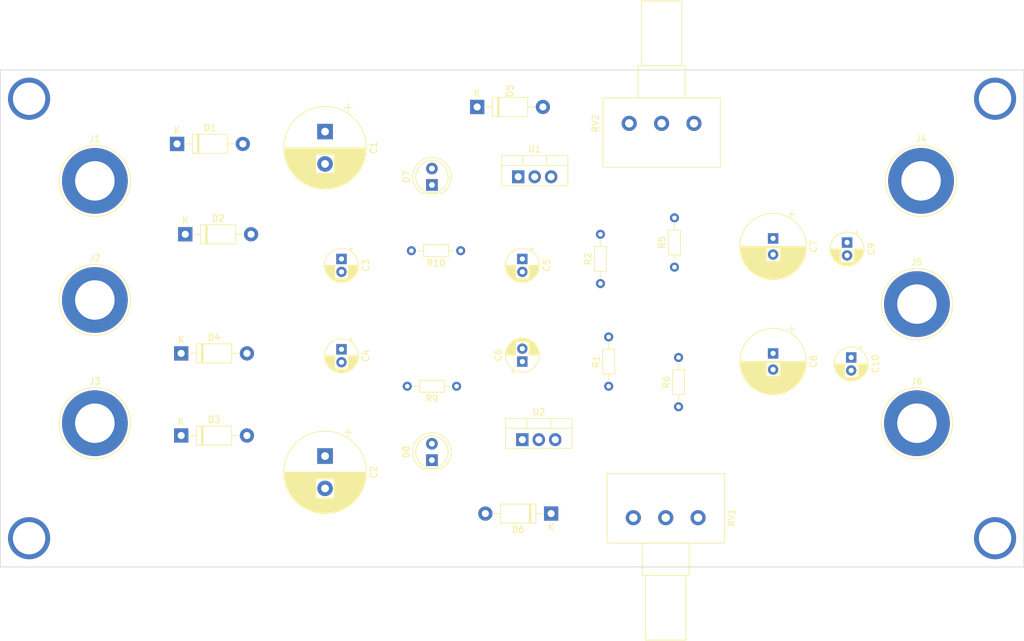
<source format=kicad_pcb>
(kicad_pcb (version 20171130) (host pcbnew "(5.1.9)-1")
  (layers (0 F.Cu signal) (31 B.Cu signal) (34 B.Paste user) (35 F.Paste user) (36 B.SilkS user) (37 F.SilkS user) (38 B.Mask user) (39 F.Mask user) (44 Edge.Cuts user))
  (net 0 "")
  (net 1 "Net-(C1-Pad1)")
  (net 2 GND)
  (net 3 "Net-(C2-Pad2)")
  (net 4 "Net-(C5-Pad1)")
  (net 5 "Net-(C6-Pad1)")
  (net 6 "Net-(D1-Pad1)")
  (net 7 "Net-(D2-Pad1)")
  (net 8 "Net-(C7-Pad1)")
  (net 9 "Net-(C10-Pad2)")
  (net 10 "Net-(D7-Pad1)")
  (net 11 "Net-(D8-Pad2)")
  (net 12 "Net-(RV1-Pad1)")
  (module LED_THT:LED_D5.0mm (layer F.Cu) (at 136.525 112.395 90)
    (fp_text reference D8 (at 1.27 -3.96 90) (layer F.SilkS))
    (fp_text value LED)
    (pad 2 thru_hole circle (at 2.54 0 90) (size 1.8 1.8) (drill 0.9) (layers *.Cu *.Mask) (net 11 "Net-(D8-Pad2)"))
    (pad 1 thru_hole rect (at 0 0 90) (size 1.8 1.8) (drill 0.9) (layers *.Cu *.Mask) (net 3 "Net-(C2-Pad2)"))
  )
  (module LED_THT:LED_D5.0mm (layer F.Cu) (at 136.525 69.85 90)
    (fp_text reference D7 (at 1.27 -3.96 90) (layer F.SilkS))
    (fp_text value LED)
    (pad 2 thru_hole circle (at 2.54 0 90) (size 1.8 1.8) (drill 0.9) (layers *.Cu *.Mask) (net 1 "Net-(C1-Pad1)"))
    (pad 1 thru_hole rect (at 0 0 90) (size 1.8 1.8) (drill 0.9) (layers *.Cu *.Mask) (net 10 "Net-(D7-Pad1)"))
  )
  (module Package_TO_SOT_THT:TO-220-3_Vertical (layer F.Cu) (at 150.495 109.22)
    (fp_text reference U2 (at 2.54 -4.27) (layer F.SilkS))
    (fp_text value LM337L_TO92)
    (pad 3 thru_hole oval (at 5.08 0) (size 1.905 2) (drill 1.1) (layers *.Cu *.Mask) (net 3 "Net-(C2-Pad2)"))
    (pad 2 thru_hole oval (at 2.54 0) (size 1.905 2) (drill 1.1) (layers *.Cu *.Mask) (net 9 "Net-(C10-Pad2)"))
    (pad 1 thru_hole rect (at 0 0) (size 1.905 2) (drill 1.1) (layers *.Cu *.Mask) (net 5 "Net-(C6-Pad1)"))
  )
  (module Package_TO_SOT_THT:TO-220-3_Vertical (layer F.Cu) (at 149.86 68.58)
    (fp_text reference U1 (at 2.54 -4.27) (layer F.SilkS))
    (fp_text value LM317L_TO92)
    (pad 3 thru_hole oval (at 5.08 0) (size 1.905 2) (drill 1.1) (layers *.Cu *.Mask) (net 1 "Net-(C1-Pad1)"))
    (pad 2 thru_hole oval (at 2.54 0) (size 1.905 2) (drill 1.1) (layers *.Cu *.Mask) (net 8 "Net-(C7-Pad1)"))
    (pad 1 thru_hole rect (at 0 0) (size 1.905 2) (drill 1.1) (layers *.Cu *.Mask) (net 4 "Net-(C5-Pad1)"))
  )
  (module Potentiometer_THT:Potentiometer_Alps_RK163_Single_Horizontal (layer F.Cu) (at 177.005 60.325 90)
    (fp_text reference RV2 (at 0 -15.2 90) (layer F.SilkS))
    (fp_text value R_POT)
    (pad 1 thru_hole circle (at 0 0 90) (size 2.34 2.34) (drill 1.3) (layers *.Cu *.Mask) (net 5 "Net-(C6-Pad1)"))
    (pad 2 thru_hole circle (at 0 -5 90) (size 2.34 2.34) (drill 1.3) (layers *.Cu *.Mask) (net 2 GND))
    (pad 3 thru_hole circle (at 0 -10 90) (size 2.34 2.34) (drill 1.3) (layers *.Cu *.Mask) (net 12 "Net-(RV1-Pad1)"))
  )
  (module Potentiometer_THT:Potentiometer_Alps_RK163_Single_Horizontal (layer F.Cu) (at 167.64 121.285 270)
    (fp_text reference RV1 (at 0 -15.2 90) (layer F.SilkS))
    (fp_text value R_POT)
    (pad 1 thru_hole circle (at 0 0 270) (size 2.34 2.34) (drill 1.3) (layers *.Cu *.Mask) (net 12 "Net-(RV1-Pad1)"))
    (pad 2 thru_hole circle (at 0 -5 270) (size 2.34 2.34) (drill 1.3) (layers *.Cu *.Mask) (net 2 GND))
    (pad 3 thru_hole circle (at 0 -10 270) (size 2.34 2.34) (drill 1.3) (layers *.Cu *.Mask) (net 4 "Net-(C5-Pad1)"))
  )
  (module Capacitor_THT:CP_Radial_D5.0mm_P2.00mm (layer F.Cu) (at 201.295 96.52 270)
    (fp_text reference C10 (at 1 -3.75 270) (layer F.SilkS))
    (fp_text value 1μ)
    (pad 2 thru_hole circle (at 2 0 270) (size 1.6 1.6) (drill 0.8) (layers *.Cu *.Mask) (net 9 "Net-(C10-Pad2)"))
    (pad 1 thru_hole rect (at 0 0 270) (size 1.6 1.6) (drill 0.8) (layers *.Cu *.Mask) (net 2 GND))
  )
  (module Capacitor_THT:CP_Radial_D5.0mm_P2.00mm (layer F.Cu) (at 200.66 78.74 270)
    (fp_text reference C9 (at 1 -3.75 270) (layer F.SilkS))
    (fp_text value 1μ)
    (pad 2 thru_hole circle (at 2 0 270) (size 1.6 1.6) (drill 0.8) (layers *.Cu *.Mask) (net 2 GND))
    (pad 1 thru_hole rect (at 0 0 270) (size 1.6 1.6) (drill 0.8) (layers *.Cu *.Mask) (net 8 "Net-(C7-Pad1)"))
  )
  (module Capacitor_THT:CP_Radial_D10.0mm_P2.50mm (layer F.Cu) (at 189.23 95.885 270)
    (fp_text reference C8 (at 1.25 -6.25 270) (layer F.SilkS))
    (fp_text value 470μ)
    (pad 2 thru_hole circle (at 2.5 0 270) (size 1.6 1.6) (drill 0.8) (layers *.Cu *.Mask) (net 9 "Net-(C10-Pad2)"))
    (pad 1 thru_hole rect (at 0 0 270) (size 1.6 1.6) (drill 0.8) (layers *.Cu *.Mask) (net 2 GND))
  )
  (module Capacitor_THT:CP_Radial_D10.0mm_P2.50mm (layer F.Cu) (at 189.23 78.105 270)
    (fp_text reference C7 (at 1.25 -6.25 270) (layer F.SilkS))
    (fp_text value 470μ)
    (pad 2 thru_hole circle (at 2.5 0 270) (size 1.6 1.6) (drill 0.8) (layers *.Cu *.Mask) (net 2 GND))
    (pad 1 thru_hole rect (at 0 0 270) (size 1.6 1.6) (drill 0.8) (layers *.Cu *.Mask) (net 8 "Net-(C7-Pad1)"))
  )
  (module Capacitor_THT:CP_Radial_D5.0mm_P2.00mm (layer F.Cu) (at 150.495 97.155 90)
    (fp_text reference C6 (at 1 -3.75 90) (layer F.SilkS))
    (fp_text value 10μ)
    (pad 2 thru_hole circle (at 2 0 90) (size 1.6 1.6) (drill 0.8) (layers *.Cu *.Mask) (net 2 GND))
    (pad 1 thru_hole rect (at 0 0 90) (size 1.6 1.6) (drill 0.8) (layers *.Cu *.Mask) (net 5 "Net-(C6-Pad1)"))
  )
  (module Capacitor_THT:CP_Radial_D5.0mm_P2.00mm (layer F.Cu) (at 150.495 81.28 270)
    (fp_text reference C5 (at 1 -3.75 270) (layer F.SilkS))
    (fp_text value 1μ)
    (pad 2 thru_hole circle (at 2 0 270) (size 1.6 1.6) (drill 0.8) (layers *.Cu *.Mask) (net 2 GND))
    (pad 1 thru_hole rect (at 0 0 270) (size 1.6 1.6) (drill 0.8) (layers *.Cu *.Mask) (net 4 "Net-(C5-Pad1)"))
  )
  (module Capacitor_THT:CP_Radial_D5.0mm_P2.00mm (layer F.Cu) (at 122.555 95.25 270)
    (fp_text reference C4 (at 1 -3.75 270) (layer F.SilkS))
    (fp_text value 1μ)
    (pad 2 thru_hole circle (at 2 0 270) (size 1.6 1.6) (drill 0.8) (layers *.Cu *.Mask) (net 3 "Net-(C2-Pad2)"))
    (pad 1 thru_hole rect (at 0 0 270) (size 1.6 1.6) (drill 0.8) (layers *.Cu *.Mask) (net 2 GND))
  )
  (module Connector:Banana_Jack_1Pin (layer F.Cu) (at 211.455 106.68)
    (fp_text reference J6 (at 0 -6.5) (layer F.SilkS))
    (fp_text value Conn_01x01_Female)
    (pad 1 thru_hole circle (at 0 0) (size 10.16 10.16) (drill 6.1) (layers *.Cu *.Mask) (net 9 "Net-(C10-Pad2)"))
  )
  (module Connector:Banana_Jack_1Pin (layer F.Cu) (at 211.455 88.265)
    (fp_text reference J5 (at 0 -6.5) (layer F.SilkS))
    (fp_text value Conn_01x01_Female)
    (pad 1 thru_hole circle (at 0 0) (size 10.16 10.16) (drill 6.1) (layers *.Cu *.Mask) (net 2 GND))
  )
  (module Connector:Banana_Jack_1Pin (layer F.Cu) (at 212.09 69.215)
    (fp_text reference J4 (at 0 -6.5) (layer F.SilkS))
    (fp_text value Conn_01x01_Female)
    (pad 1 thru_hole circle (at 0 0) (size 10.16 10.16) (drill 6.1) (layers *.Cu *.Mask) (net 8 "Net-(C7-Pad1)"))
  )
  (module Connector:Banana_Jack_1Pin (layer F.Cu) (at 84.455 106.68)
    (fp_text reference J3 (at 0 -6.5) (layer F.SilkS))
    (fp_text value Conn_01x01_Female)
    (pad 1 thru_hole circle (at 0 0) (size 10.16 10.16) (drill 6.1) (layers *.Cu *.Mask) (net 7 "Net-(D2-Pad1)"))
  )
  (module Connector:Banana_Jack_1Pin (layer F.Cu) (at 84.455 87.63)
    (fp_text reference J2 (at 0 -6.5) (layer F.SilkS))
    (fp_text value Conn_01x01_Female)
    (pad 1 thru_hole circle (at 0 0) (size 10.16 10.16) (drill 6.1) (layers *.Cu *.Mask) (net 2 GND))
  )
  (module Connector:Banana_Jack_1Pin (layer F.Cu) (at 84.455 69.215)
    (fp_text reference J1 (at 0 -6.5) (layer F.SilkS))
    (fp_text value Conn_01x01_Female)
    (pad 1 thru_hole circle (at 0 0) (size 10.16 10.16) (drill 6.1) (layers *.Cu *.Mask) (net 6 "Net-(D1-Pad1)"))
  )
  (module Diode_THT:D_DO-41_SOD81_P10.16mm_Horizontal (layer F.Cu) (at 154.94 120.65 180)
    (fp_text reference D6 (at 5.08 -2.47 180) (layer F.SilkS))
    (fp_text value DIODE)
    (fp_text user K (at 0 -2.1 180) (layer F.SilkS))
    (pad 2 thru_hole oval (at 10.16 0 180) (size 2.2 2.2) (drill 1.1) (layers *.Cu *.Mask) (net 9 "Net-(C10-Pad2)"))
    (pad 1 thru_hole rect (at 0 0 180) (size 2.2 2.2) (drill 1.1) (layers *.Cu *.Mask) (net 3 "Net-(C2-Pad2)"))
  )
  (module Diode_THT:D_DO-41_SOD81_P10.16mm_Horizontal (layer F.Cu) (at 143.51 57.785)
    (fp_text reference D5 (at 5.08 -2.47 90) (layer F.SilkS))
    (fp_text value DIODE)
    (fp_text user K (at 0 -2.1) (layer F.SilkS))
    (pad 2 thru_hole oval (at 10.16 0) (size 2.2 2.2) (drill 1.1) (layers *.Cu *.Mask) (net 1 "Net-(C1-Pad1)"))
    (pad 1 thru_hole rect (at 0 0) (size 2.2 2.2) (drill 1.1) (layers *.Cu *.Mask) (net 8 "Net-(C7-Pad1)"))
  )
  (module Diode_THT:D_DO-41_SOD81_P10.16mm_Horizontal (layer F.Cu) (at 97.79 95.885)
    (fp_text reference D4 (at 5.08 -2.47 180) (layer F.SilkS))
    (fp_text value DIODE)
    (fp_text user K (at 0 -2.1 180) (layer F.SilkS))
    (pad 2 thru_hole oval (at 10.16 0) (size 2.2 2.2) (drill 1.1) (layers *.Cu *.Mask) (net 6 "Net-(D1-Pad1)"))
    (pad 1 thru_hole rect (at 0 0) (size 2.2 2.2) (drill 1.1) (layers *.Cu *.Mask) (net 3 "Net-(C2-Pad2)"))
  )
  (module Diode_THT:D_DO-41_SOD81_P10.16mm_Horizontal (layer F.Cu) (at 97.79 108.585)
    (fp_text reference D3 (at 5.08 -2.47 180) (layer F.SilkS))
    (fp_text value DIODE)
    (fp_text user K (at 0 -2.1 180) (layer F.SilkS))
    (pad 2 thru_hole oval (at 10.16 0) (size 2.2 2.2) (drill 1.1) (layers *.Cu *.Mask) (net 7 "Net-(D2-Pad1)"))
    (pad 1 thru_hole rect (at 0 0) (size 2.2 2.2) (drill 1.1) (layers *.Cu *.Mask) (net 3 "Net-(C2-Pad2)"))
  )
  (module Diode_THT:D_DO-41_SOD81_P10.16mm_Horizontal (layer F.Cu) (at 98.425 77.47)
    (fp_text reference D2 (at 5.08 -2.47) (layer F.SilkS))
    (fp_text value DIODE)
    (fp_text user K (at 0 -2.1) (layer F.SilkS))
    (pad 2 thru_hole oval (at 10.16 0) (size 2.2 2.2) (drill 1.1) (layers *.Cu *.Mask) (net 1 "Net-(C1-Pad1)"))
    (pad 1 thru_hole rect (at 0 0) (size 2.2 2.2) (drill 1.1) (layers *.Cu *.Mask) (net 7 "Net-(D2-Pad1)"))
  )
  (module Diode_THT:D_DO-41_SOD81_P10.16mm_Horizontal (layer F.Cu) (at 97.155 63.5)
    (fp_text reference D1 (at 5.08 -2.47) (layer F.SilkS))
    (fp_text value DIODE)
    (fp_text user K (at 0 -2.1) (layer F.SilkS))
    (pad 2 thru_hole oval (at 10.16 0) (size 2.2 2.2) (drill 1.1) (layers *.Cu *.Mask) (net 1 "Net-(C1-Pad1)"))
    (pad 1 thru_hole rect (at 0 0) (size 2.2 2.2) (drill 1.1) (layers *.Cu *.Mask) (net 6 "Net-(D1-Pad1)"))
  )
  (module Capacitor_THT:CP_Radial_D5.0mm_P2.00mm (layer F.Cu) (at 122.555 81.28 270)
    (fp_text reference C3 (at 1 -3.75 270) (layer F.SilkS))
    (fp_text value 1μ)
    (pad 2 thru_hole circle (at 2 0 270) (size 1.6 1.6) (drill 0.8) (layers *.Cu *.Mask) (net 2 GND))
    (pad 1 thru_hole rect (at 0 0 270) (size 1.6 1.6) (drill 0.8) (layers *.Cu *.Mask) (net 1 "Net-(C1-Pad1)"))
  )
  (module Capacitor_THT:CP_Radial_D12.5mm_P5.00mm (layer F.Cu) (at 120.015 111.76 270)
    (fp_text reference C2 (at 2.5 -7.5 90) (layer F.SilkS))
    (fp_text value 2200μ)
    (pad 2 thru_hole circle (at 5 0 270) (size 2.4 2.4) (drill 1.2) (layers *.Cu *.Mask) (net 3 "Net-(C2-Pad2)"))
    (pad 1 thru_hole rect (at 0 0 270) (size 2.4 2.4) (drill 1.2) (layers *.Cu *.Mask) (net 2 GND))
  )
  (module Capacitor_THT:CP_Radial_D12.5mm_P5.00mm (layer F.Cu) (at 120.015 61.595 270)
    (fp_text reference C1 (at 2.5 -7.5 90) (layer F.SilkS))
    (fp_text value 2200μ)
    (pad 2 thru_hole circle (at 5 0 270) (size 2.4 2.4) (drill 1.2) (layers *.Cu *.Mask) (net 2 GND))
    (pad 1 thru_hole rect (at 0 0 270) (size 2.4 2.4) (drill 1.2) (layers *.Cu *.Mask) (net 1 "Net-(C1-Pad1)"))
  )
  (module Resistor_THT:R_Axial_DIN0204_L3.6mm_D1.6mm_P7.62mm_Horizontal (layer F.Cu) (at 163.83 100.965 90)
    (fp_text reference R1 (at 3.81 -1.92 90) (layer F.SilkS))
    (fp_text value 240)
    (pad 2 thru_hole oval (at 7.62 0 90) (size 1.4 1.4) (drill 0.7) (layers *.Cu *.Mask) (net 4 "Net-(C5-Pad1)"))
    (pad 1 thru_hole circle (at 0 0 90) (size 1.4 1.4) (drill 0.7) (layers *.Cu *.Mask) (net 8 "Net-(C7-Pad1)"))
  )
  (module Resistor_THT:R_Axial_DIN0204_L3.6mm_D1.6mm_P7.62mm_Horizontal (layer F.Cu) (at 162.56 85.09 90)
    (fp_text reference R2 (at 3.81 -1.92 90) (layer F.SilkS))
    (fp_text value 240)
    (pad 1 thru_hole circle (at 0 0 90) (size 1.4 1.4) (drill 0.7) (layers *.Cu *.Mask) (net 5 "Net-(C6-Pad1)"))
    (pad 2 thru_hole oval (at 7.62 0 90) (size 1.4 1.4) (drill 0.7) (layers *.Cu *.Mask) (net 9 "Net-(C10-Pad2)"))
  )
  (module Resistor_THT:R_Axial_DIN0204_L3.6mm_D1.6mm_P7.62mm_Horizontal (layer F.Cu) (at 173.99 82.55 90)
    (fp_text reference R5 (at 3.81 -1.92 90) (layer F.SilkS))
    (fp_text value 12k)
    (pad 2 thru_hole oval (at 7.62 0 90) (size 1.4 1.4) (drill 0.7) (layers *.Cu *.Mask) (net 2 GND))
    (pad 1 thru_hole circle (at 0 0 90) (size 1.4 1.4) (drill 0.7) (layers *.Cu *.Mask) (net 4 "Net-(C5-Pad1)"))
  )
  (module Resistor_THT:R_Axial_DIN0204_L3.6mm_D1.6mm_P7.62mm_Horizontal (layer F.Cu) (at 174.625 104.14 90)
    (fp_text reference R6 (at 3.81 -1.92 90) (layer F.SilkS))
    (fp_text value 12k)
    (pad 1 thru_hole circle (at 0 0 90) (size 1.4 1.4) (drill 0.7) (layers *.Cu *.Mask) (net 2 GND))
    (pad 2 thru_hole oval (at 7.62 0 90) (size 1.4 1.4) (drill 0.7) (layers *.Cu *.Mask) (net 5 "Net-(C6-Pad1)"))
  )
  (module Resistor_THT:R_Axial_DIN0204_L3.6mm_D1.6mm_P7.62mm_Horizontal (layer F.Cu) (at 140.335 100.965 180)
    (fp_text reference R9 (at 3.81 -1.92) (layer F.SilkS))
    (fp_text value 2k)
    (pad 1 thru_hole circle (at 0 0 180) (size 1.4 1.4) (drill 0.7) (layers *.Cu *.Mask) (net 10 "Net-(D7-Pad1)"))
    (pad 2 thru_hole oval (at 7.62 0 180) (size 1.4 1.4) (drill 0.7) (layers *.Cu *.Mask) (net 2 GND))
  )
  (module Resistor_THT:R_Axial_DIN0204_L3.6mm_D1.6mm_P7.62mm_Horizontal (layer F.Cu) (at 140.97 80.01 180)
    (fp_text reference R10 (at 3.81 -1.92) (layer F.SilkS))
    (fp_text value 2k)
    (pad 2 thru_hole oval (at 7.62 0 180) (size 1.4 1.4) (drill 0.7) (layers *.Cu *.Mask) (net 11 "Net-(D8-Pad2)"))
    (pad 1 thru_hole circle (at 0 0 180) (size 1.4 1.4) (drill 0.7) (layers *.Cu *.Mask) (net 2 GND))
  )
  (gr_line (start 227.965 52.07) (end 227.965 128.905) (layer Edge.Cuts) (width 0.1))
  (gr_line (start 69.85 52.07) (end 227.965 52.07) (layer Edge.Cuts) (width 0.1))
  (gr_line (start 69.85 128.905) (end 69.85 52.07) (layer Edge.Cuts) (width 0.1))
  (gr_line (start 227.965 128.905) (end 69.85 128.905) (layer Edge.Cuts) (width 0.1))
  (via (at 223.52 56.515) (size 6.5) (drill 5) (layers F.Cu B.Cu) (net 0))
  (via (at 223.52 124.46) (size 6.5) (drill 5) (layers F.Cu B.Cu) (net 0))
  (via (at 74.295 124.46) (size 6.5) (drill 5) (layers F.Cu B.Cu) (net 0))
  (via (at 74.295 56.515) (size 6.5) (drill 5) (layers F.Cu B.Cu) (net 0))
)
</source>
